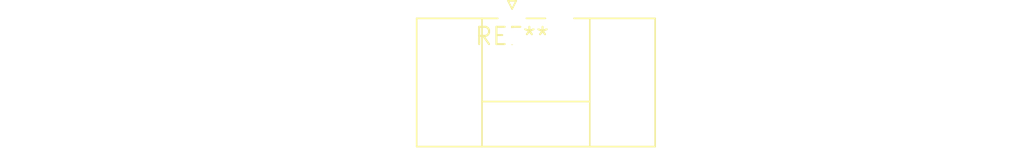
<source format=kicad_pcb>
(kicad_pcb (version 20240108) (generator pcbnew)
  (layers (0 "F.Cu" signal) (31 "B.Cu" signal) (34 "B.Paste" user) (35 "F.Paste" user) (36 "B.SilkS" user "B.Silkscreen") (37 "F.SilkS" user "F.Silkscreen") (38 "B.Mask" user) (39 "F.Mask" user) (44 "Edge.Cuts" user))
  (net 0 "")
  (footprint "PhoenixContact_MC_1,5_2-GF-3.5_1x02_P3.50mm_Horizontal_ThreadedFlange" (layer "F.Cu") (at 0 0)
    (property "Reference" "REF**")
    (property "Value" "PhoenixContact_MC_1,5_2-GF-3.5_1x02_P3.50mm_Horizontal_ThreadedFlange")
    (fp_line (start -7.01 -1.31) (end -7.01 8.11) (layer "F.SilkS") (stroke (width 0.12)))
    (fp_line (start -7.01 -1.31) (end -1.05 -1.31) (layer "F.SilkS") (stroke (width 0.12)))
    (fp_line (start -7.01 8.11) (end 10.51 8.11) (layer "F.SilkS") (stroke (width 0.12)))
    (fp_line (start -2.21 -1.31) (end -2.21 8.11) (layer "F.SilkS") (stroke (width 0.12)))
    (fp_line (start -2.21 4.8) (end 5.71 4.8) (layer "F.SilkS") (stroke (width 0.12)))
    (fp_line (start -0.3 -2.6) (end 0.3 -2.6) (layer "F.SilkS") (stroke (width 0.12)))
    (fp_line (start 0 -2) (end -0.3 -2.6) (layer "F.SilkS") (stroke (width 0.12)))
    (fp_line (start 0.3 -2.6) (end 0 -2) (layer "F.SilkS") (stroke (width 0.12)))
    (fp_line (start 1.05 -1.31) (end 2.45 -1.31) (layer "F.SilkS") (stroke (width 0.12)))
    (fp_line (start 5.71 -1.31) (end 5.71 8.11) (layer "F.SilkS") (stroke (width 0.12)))
    (fp_line (start 10.51 -1.31) (end 4.55 -1.31) (layer "F.SilkS") (stroke (width 0.12)))
    (fp_line (start 10.51 8.11) (end 10.51 -1.31) (layer "F.SilkS") (stroke (width 0.12)))
    (pad "1" thru_hole roundrect (at 0 0) (size 1.8 3.6) (drill 1.2) (layers *.Cu *.Mask) (remove_unused_layers) (roundrect_rratio 0.138889))
    (pad "2" thru_hole oval (at 3.5 0) (size 1.8 3.6) (drill 1.2) (layers *.Cu *.Mask) (remove_unused_layers))
  )
)
</source>
